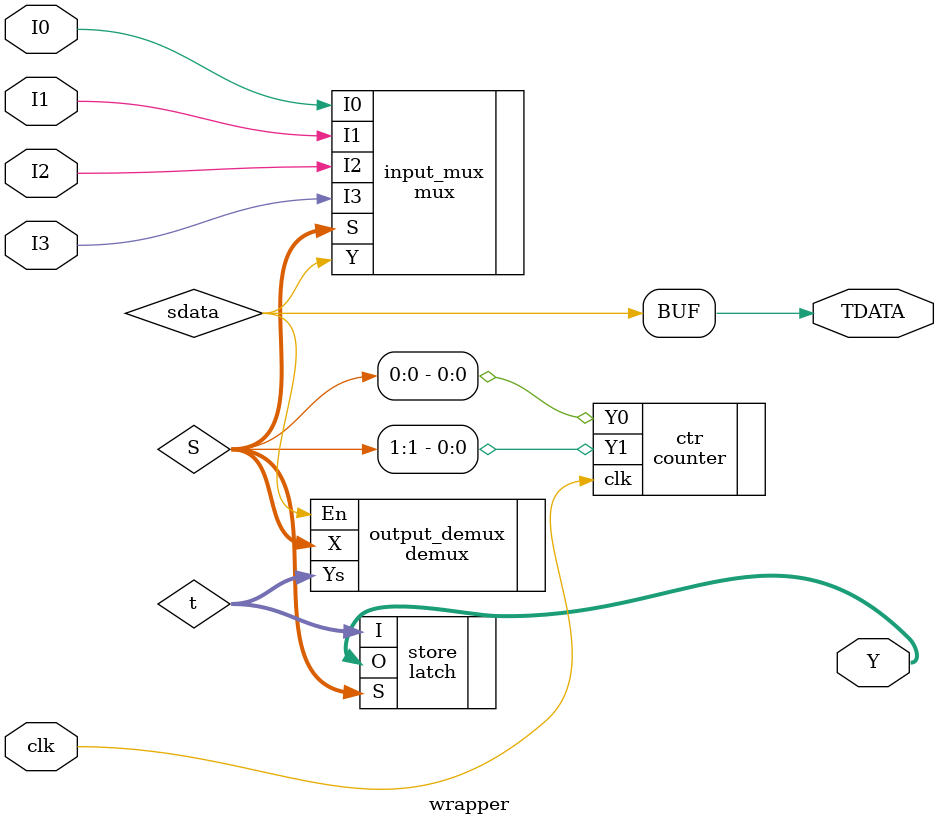
<source format=v>
`timescale 1ns / 1ps

module wrapper (
input clk,
input I3, I2, I1, I0,
output [3:0] Y,
output reg TDATA
);
 
// Structural Description of wrapper
wire sdata;
wire [3:0] t;
wire [1:0] S;

mux input_mux (
    .I3(I3),
    .I2(I2),
    .I1(I1),
    .I0(I0),
    .S(S),
    .Y(sdata)
);
 
demux output_demux (
    .En(sdata),
    .X(S),
    .Ys(t)
);

latch store(

    .I(t),
    .O(Y),
    .S(S)

);

counter ctr(

    .clk(clk),
    .Y0(S[0]),
    .Y1(S[1])
);

always @(*)
begin

    TDATA=sdata;

end

endmodule
</source>
